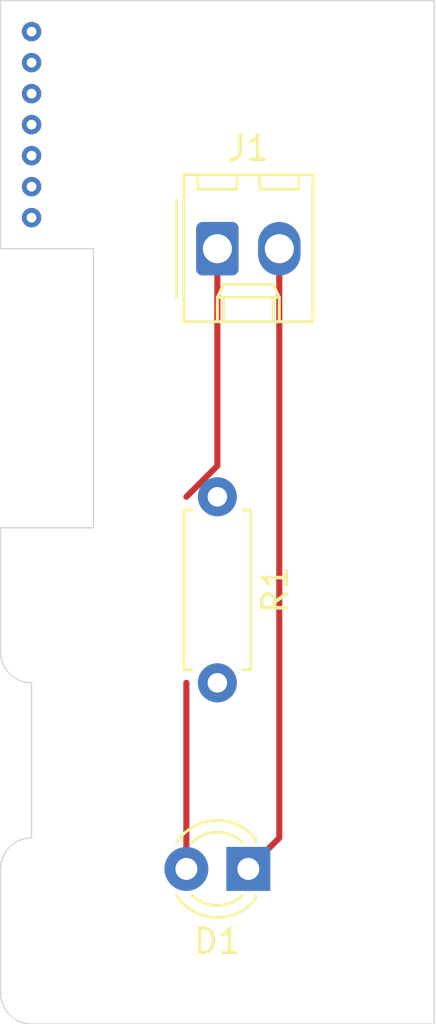
<source format=kicad_pcb>
(kicad_pcb (version 20171130) (host pcbnew "(5.1.9)-1")

  (general
    (thickness 1.6)
    (drawings 13)
    (tracks 12)
    (zones 0)
    (modules 3)
    (nets 4)
  )

  (page A4)
  (layers
    (0 F.Cu signal)
    (31 B.Cu signal)
    (32 B.Adhes user)
    (33 F.Adhes user)
    (34 B.Paste user)
    (35 F.Paste user)
    (36 B.SilkS user)
    (37 F.SilkS user)
    (38 B.Mask user)
    (39 F.Mask user)
    (40 Dwgs.User user)
    (41 Cmts.User user)
    (42 Eco1.User user)
    (43 Eco2.User user)
    (44 Edge.Cuts user)
    (45 Margin user)
    (46 B.CrtYd user)
    (47 F.CrtYd user)
    (48 B.Fab user)
    (49 F.Fab user)
  )

  (setup
    (last_trace_width 0.25)
    (trace_clearance 0.2)
    (zone_clearance 0.508)
    (zone_45_only no)
    (trace_min 0.2)
    (via_size 0.8)
    (via_drill 0.4)
    (via_min_size 0.4)
    (via_min_drill 0.3)
    (uvia_size 0.3)
    (uvia_drill 0.1)
    (uvias_allowed no)
    (uvia_min_size 0.2)
    (uvia_min_drill 0.1)
    (edge_width 0.05)
    (segment_width 0.2)
    (pcb_text_width 0.3)
    (pcb_text_size 1.5 1.5)
    (mod_edge_width 0.12)
    (mod_text_size 1 1)
    (mod_text_width 0.15)
    (pad_size 1.524 1.524)
    (pad_drill 0.762)
    (pad_to_mask_clearance 0)
    (aux_axis_origin 0 0)
    (visible_elements FFFFFF7F)
    (pcbplotparams
      (layerselection 0x010fc_ffffffff)
      (usegerberextensions false)
      (usegerberattributes true)
      (usegerberadvancedattributes true)
      (creategerberjobfile true)
      (excludeedgelayer true)
      (linewidth 0.100000)
      (plotframeref false)
      (viasonmask false)
      (mode 1)
      (useauxorigin false)
      (hpglpennumber 1)
      (hpglpenspeed 20)
      (hpglpendiameter 15.000000)
      (psnegative false)
      (psa4output false)
      (plotreference true)
      (plotvalue true)
      (plotinvisibletext false)
      (padsonsilk false)
      (subtractmaskfromsilk false)
      (outputformat 4)
      (mirror false)
      (drillshape 0)
      (scaleselection 1)
      (outputdirectory "gerberData/"))
  )

  (net 0 "")
  (net 1 GND)
  (net 2 "Net-(D1-Pad2)")
  (net 3 +5V)

  (net_class Default "This is the default net class."
    (clearance 0.2)
    (trace_width 0.25)
    (via_dia 0.8)
    (via_drill 0.4)
    (uvia_dia 0.3)
    (uvia_drill 0.1)
    (add_net +5V)
    (add_net GND)
    (add_net "Net-(D1-Pad2)")
  )

  (module LED_THT:LED_D3.0mm (layer F.Cu) (tedit 587A3A7B) (tstamp 6001A451)
    (at 146.05 118.11 180)
    (descr "LED, diameter 3.0mm, 2 pins")
    (tags "LED diameter 3.0mm 2 pins")
    (path /6001458E)
    (fp_text reference D1 (at 1.27 -2.96) (layer F.SilkS)
      (effects (font (size 1 1) (thickness 0.15)))
    )
    (fp_text value LED (at 1.27 2.96) (layer F.Fab)
      (effects (font (size 1 1) (thickness 0.15)))
    )
    (fp_line (start 3.7 -2.25) (end -1.15 -2.25) (layer F.CrtYd) (width 0.05))
    (fp_line (start 3.7 2.25) (end 3.7 -2.25) (layer F.CrtYd) (width 0.05))
    (fp_line (start -1.15 2.25) (end 3.7 2.25) (layer F.CrtYd) (width 0.05))
    (fp_line (start -1.15 -2.25) (end -1.15 2.25) (layer F.CrtYd) (width 0.05))
    (fp_line (start -0.29 1.08) (end -0.29 1.236) (layer F.SilkS) (width 0.12))
    (fp_line (start -0.29 -1.236) (end -0.29 -1.08) (layer F.SilkS) (width 0.12))
    (fp_line (start -0.23 -1.16619) (end -0.23 1.16619) (layer F.Fab) (width 0.1))
    (fp_circle (center 1.27 0) (end 2.77 0) (layer F.Fab) (width 0.1))
    (fp_arc (start 1.27 0) (end -0.23 -1.16619) (angle 284.3) (layer F.Fab) (width 0.1))
    (fp_arc (start 1.27 0) (end -0.29 -1.235516) (angle 108.8) (layer F.SilkS) (width 0.12))
    (fp_arc (start 1.27 0) (end -0.29 1.235516) (angle -108.8) (layer F.SilkS) (width 0.12))
    (fp_arc (start 1.27 0) (end 0.229039 -1.08) (angle 87.9) (layer F.SilkS) (width 0.12))
    (fp_arc (start 1.27 0) (end 0.229039 1.08) (angle -87.9) (layer F.SilkS) (width 0.12))
    (pad 1 thru_hole rect (at 0 0 180) (size 1.8 1.8) (drill 0.9) (layers *.Cu *.Mask)
      (net 1 GND))
    (pad 2 thru_hole circle (at 2.54 0 180) (size 1.8 1.8) (drill 0.9) (layers *.Cu *.Mask)
      (net 2 "Net-(D1-Pad2)"))
    (model ${KISYS3DMOD}/LED_THT.3dshapes/LED_D3.0mm.wrl
      (at (xyz 0 0 0))
      (scale (xyz 1 1 1))
      (rotate (xyz 0 0 0))
    )
  )

  (module Connector_Molex:Molex_KK-254_AE-6410-02A_1x02_P2.54mm_Vertical (layer F.Cu) (tedit 5EA53D3B) (tstamp 6001A475)
    (at 144.78 92.71)
    (descr "Molex KK-254 Interconnect System, old/engineering part number: AE-6410-02A example for new part number: 22-27-2021, 2 Pins (http://www.molex.com/pdm_docs/sd/022272021_sd.pdf), generated with kicad-footprint-generator")
    (tags "connector Molex KK-254 vertical")
    (path /6001898B)
    (fp_text reference J1 (at 1.27 -4.12) (layer F.SilkS)
      (effects (font (size 1 1) (thickness 0.15)))
    )
    (fp_text value Conn_01x02_Female (at 1.27 4.08) (layer F.Fab)
      (effects (font (size 1 1) (thickness 0.15)))
    )
    (fp_line (start 4.31 -3.42) (end -1.77 -3.42) (layer F.CrtYd) (width 0.05))
    (fp_line (start 4.31 3.38) (end 4.31 -3.42) (layer F.CrtYd) (width 0.05))
    (fp_line (start -1.77 3.38) (end 4.31 3.38) (layer F.CrtYd) (width 0.05))
    (fp_line (start -1.77 -3.42) (end -1.77 3.38) (layer F.CrtYd) (width 0.05))
    (fp_line (start 3.34 -2.43) (end 3.34 -3.03) (layer F.SilkS) (width 0.12))
    (fp_line (start 1.74 -2.43) (end 3.34 -2.43) (layer F.SilkS) (width 0.12))
    (fp_line (start 1.74 -3.03) (end 1.74 -2.43) (layer F.SilkS) (width 0.12))
    (fp_line (start 0.8 -2.43) (end 0.8 -3.03) (layer F.SilkS) (width 0.12))
    (fp_line (start -0.8 -2.43) (end 0.8 -2.43) (layer F.SilkS) (width 0.12))
    (fp_line (start -0.8 -3.03) (end -0.8 -2.43) (layer F.SilkS) (width 0.12))
    (fp_line (start 2.29 2.99) (end 2.29 1.99) (layer F.SilkS) (width 0.12))
    (fp_line (start 0.25 2.99) (end 0.25 1.99) (layer F.SilkS) (width 0.12))
    (fp_line (start 2.29 1.46) (end 2.54 1.99) (layer F.SilkS) (width 0.12))
    (fp_line (start 0.25 1.46) (end 2.29 1.46) (layer F.SilkS) (width 0.12))
    (fp_line (start 0 1.99) (end 0.25 1.46) (layer F.SilkS) (width 0.12))
    (fp_line (start 2.54 1.99) (end 2.54 2.99) (layer F.SilkS) (width 0.12))
    (fp_line (start 0 1.99) (end 2.54 1.99) (layer F.SilkS) (width 0.12))
    (fp_line (start 0 2.99) (end 0 1.99) (layer F.SilkS) (width 0.12))
    (fp_line (start -0.562893 0) (end -1.27 0.5) (layer F.Fab) (width 0.1))
    (fp_line (start -1.27 -0.5) (end -0.562893 0) (layer F.Fab) (width 0.1))
    (fp_line (start -1.67 -2) (end -1.67 2) (layer F.SilkS) (width 0.12))
    (fp_line (start 3.92 -3.03) (end -1.38 -3.03) (layer F.SilkS) (width 0.12))
    (fp_line (start 3.92 2.99) (end 3.92 -3.03) (layer F.SilkS) (width 0.12))
    (fp_line (start -1.38 2.99) (end 3.92 2.99) (layer F.SilkS) (width 0.12))
    (fp_line (start -1.38 -3.03) (end -1.38 2.99) (layer F.SilkS) (width 0.12))
    (fp_line (start 3.81 -2.92) (end -1.27 -2.92) (layer F.Fab) (width 0.1))
    (fp_line (start 3.81 2.88) (end 3.81 -2.92) (layer F.Fab) (width 0.1))
    (fp_line (start -1.27 2.88) (end 3.81 2.88) (layer F.Fab) (width 0.1))
    (fp_line (start -1.27 -2.92) (end -1.27 2.88) (layer F.Fab) (width 0.1))
    (fp_text user %R (at 1.27 -2.22) (layer F.Fab)
      (effects (font (size 1 1) (thickness 0.15)))
    )
    (pad 1 thru_hole roundrect (at 0 0) (size 1.74 2.19) (drill 1.19) (layers *.Cu *.Mask) (roundrect_rratio 0.1436775862068966)
      (net 3 +5V))
    (pad 2 thru_hole oval (at 2.54 0) (size 1.74 2.19) (drill 1.19) (layers *.Cu *.Mask)
      (net 1 GND))
    (model ${KISYS3DMOD}/Connector_Molex.3dshapes/Molex_KK-254_AE-6410-02A_1x02_P2.54mm_Vertical.wrl
      (at (xyz 0 0 0))
      (scale (xyz 1 1 1))
      (rotate (xyz 0 0 0))
    )
  )

  (module Resistor_THT:R_Axial_DIN0207_L6.3mm_D2.5mm_P7.62mm_Horizontal (layer F.Cu) (tedit 5AE5139B) (tstamp 6001A6CA)
    (at 144.78 102.87 270)
    (descr "Resistor, Axial_DIN0207 series, Axial, Horizontal, pin pitch=7.62mm, 0.25W = 1/4W, length*diameter=6.3*2.5mm^2, http://cdn-reichelt.de/documents/datenblatt/B400/1_4W%23YAG.pdf")
    (tags "Resistor Axial_DIN0207 series Axial Horizontal pin pitch 7.62mm 0.25W = 1/4W length 6.3mm diameter 2.5mm")
    (path /600162C2)
    (fp_text reference R1 (at 3.81 -2.37 90) (layer F.SilkS)
      (effects (font (size 1 1) (thickness 0.15)))
    )
    (fp_text value R (at 3.81 2.37 90) (layer F.Fab)
      (effects (font (size 1 1) (thickness 0.15)))
    )
    (fp_line (start 8.67 -1.5) (end -1.05 -1.5) (layer F.CrtYd) (width 0.05))
    (fp_line (start 8.67 1.5) (end 8.67 -1.5) (layer F.CrtYd) (width 0.05))
    (fp_line (start -1.05 1.5) (end 8.67 1.5) (layer F.CrtYd) (width 0.05))
    (fp_line (start -1.05 -1.5) (end -1.05 1.5) (layer F.CrtYd) (width 0.05))
    (fp_line (start 7.08 1.37) (end 7.08 1.04) (layer F.SilkS) (width 0.12))
    (fp_line (start 0.54 1.37) (end 7.08 1.37) (layer F.SilkS) (width 0.12))
    (fp_line (start 0.54 1.04) (end 0.54 1.37) (layer F.SilkS) (width 0.12))
    (fp_line (start 7.08 -1.37) (end 7.08 -1.04) (layer F.SilkS) (width 0.12))
    (fp_line (start 0.54 -1.37) (end 7.08 -1.37) (layer F.SilkS) (width 0.12))
    (fp_line (start 0.54 -1.04) (end 0.54 -1.37) (layer F.SilkS) (width 0.12))
    (fp_line (start 7.62 0) (end 6.96 0) (layer F.Fab) (width 0.1))
    (fp_line (start 0 0) (end 0.66 0) (layer F.Fab) (width 0.1))
    (fp_line (start 6.96 -1.25) (end 0.66 -1.25) (layer F.Fab) (width 0.1))
    (fp_line (start 6.96 1.25) (end 6.96 -1.25) (layer F.Fab) (width 0.1))
    (fp_line (start 0.66 1.25) (end 6.96 1.25) (layer F.Fab) (width 0.1))
    (fp_line (start 0.66 -1.25) (end 0.66 1.25) (layer F.Fab) (width 0.1))
    (fp_text user %R (at 3.81 0 90) (layer F.Fab)
      (effects (font (size 1 1) (thickness 0.15)))
    )
    (pad 1 thru_hole circle (at 0 0 270) (size 1.6 1.6) (drill 0.8) (layers *.Cu *.Mask)
      (net 3 +5V))
    (pad 2 thru_hole oval (at 7.62 0 270) (size 1.6 1.6) (drill 0.8) (layers *.Cu *.Mask)
      (net 2 "Net-(D1-Pad2)"))
    (model ${KISYS3DMOD}/Resistor_THT.3dshapes/R_Axial_DIN0207_L6.3mm_D2.5mm_P7.62mm_Horizontal.wrl
      (at (xyz 0 0 0))
      (scale (xyz 1 1 1))
      (rotate (xyz 0 0 0))
    )
  )

  (gr_line (start 135.89 104.14) (end 135.89 109.22) (layer Edge.Cuts) (width 0.05) (tstamp 6001A8D5))
  (gr_line (start 135.89 82.55) (end 153.67 82.55) (layer Edge.Cuts) (width 0.05) (tstamp 6001A8D0))
  (gr_line (start 135.89 92.71) (end 135.89 82.55) (layer Edge.Cuts) (width 0.05))
  (gr_line (start 137.16 124.46) (end 153.67 124.46) (layer Edge.Cuts) (width 0.05) (tstamp 6001A8CF))
  (gr_line (start 135.89 118.11) (end 135.89 123.19) (layer Edge.Cuts) (width 0.05) (tstamp 6001A8CE))
  (gr_arc (start 137.16 109.22) (end 135.89 109.22) (angle -90) (layer Edge.Cuts) (width 0.05))
  (gr_arc (start 137.16 123.19) (end 135.89 123.19) (angle -90) (layer Edge.Cuts) (width 0.05))
  (gr_arc (start 137.16 118.11) (end 137.16 116.84) (angle -90) (layer Edge.Cuts) (width 0.05))
  (gr_line (start 139.7 92.71) (end 135.89 92.71) (layer Edge.Cuts) (width 0.05))
  (gr_line (start 139.7 104.14) (end 139.7 92.71) (layer Edge.Cuts) (width 0.05))
  (gr_line (start 135.89 104.14) (end 139.7 104.14) (layer Edge.Cuts) (width 0.05))
  (gr_line (start 137.16 116.84) (end 137.16 110.49) (layer Edge.Cuts) (width 0.05))
  (gr_line (start 153.67 82.55) (end 153.67 124.46) (layer Edge.Cuts) (width 0.05))

  (via (at 137.16 83.82) (size 0.8) (drill 0.4) (layers F.Cu B.Cu) (net 0))
  (via (at 137.16 85.09) (size 0.8) (drill 0.4) (layers F.Cu B.Cu) (net 0))
  (via (at 137.16 86.36) (size 0.8) (drill 0.4) (layers F.Cu B.Cu) (net 0))
  (via (at 137.16 87.63) (size 0.8) (drill 0.4) (layers F.Cu B.Cu) (net 0))
  (via (at 137.16 88.9) (size 0.8) (drill 0.4) (layers F.Cu B.Cu) (net 0))
  (via (at 137.16 90.17) (size 0.8) (drill 0.4) (layers F.Cu B.Cu) (net 0))
  (via (at 137.16 91.44) (size 0.8) (drill 0.4) (layers F.Cu B.Cu) (net 0))
  (segment (start 147.32 116.84) (end 146.05 118.11) (width 0.25) (layer F.Cu) (net 1))
  (segment (start 147.32 92.71) (end 147.32 116.84) (width 0.25) (layer F.Cu) (net 1))
  (segment (start 143.51 110.49) (end 143.51 118.11) (width 0.25) (layer F.Cu) (net 2))
  (segment (start 144.78 101.6) (end 143.51 102.87) (width 0.25) (layer F.Cu) (net 3))
  (segment (start 144.78 92.71) (end 144.78 101.6) (width 0.25) (layer F.Cu) (net 3))

)

</source>
